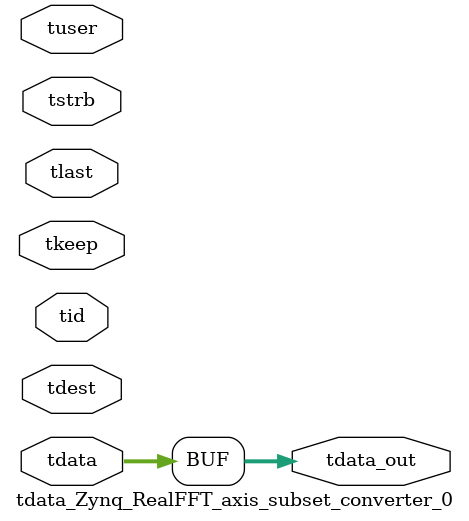
<source format=v>


`timescale 1ps/1ps

module tdata_Zynq_RealFFT_axis_subset_converter_0 #
(
parameter C_S_AXIS_TDATA_WIDTH = 32,
parameter C_S_AXIS_TUSER_WIDTH = 0,
parameter C_S_AXIS_TID_WIDTH   = 0,
parameter C_S_AXIS_TDEST_WIDTH = 0,
parameter C_M_AXIS_TDATA_WIDTH = 32
)
(
input  [(C_S_AXIS_TDATA_WIDTH == 0 ? 1 : C_S_AXIS_TDATA_WIDTH)-1:0     ] tdata,
input  [(C_S_AXIS_TUSER_WIDTH == 0 ? 1 : C_S_AXIS_TUSER_WIDTH)-1:0     ] tuser,
input  [(C_S_AXIS_TID_WIDTH   == 0 ? 1 : C_S_AXIS_TID_WIDTH)-1:0       ] tid,
input  [(C_S_AXIS_TDEST_WIDTH == 0 ? 1 : C_S_AXIS_TDEST_WIDTH)-1:0     ] tdest,
input  [(C_S_AXIS_TDATA_WIDTH/8)-1:0 ] tkeep,
input  [(C_S_AXIS_TDATA_WIDTH/8)-1:0 ] tstrb,
input                                                                    tlast,
output [C_M_AXIS_TDATA_WIDTH-1:0] tdata_out
);

assign tdata_out = {16'b0000000000000000,tdata[47:0]};

endmodule


</source>
